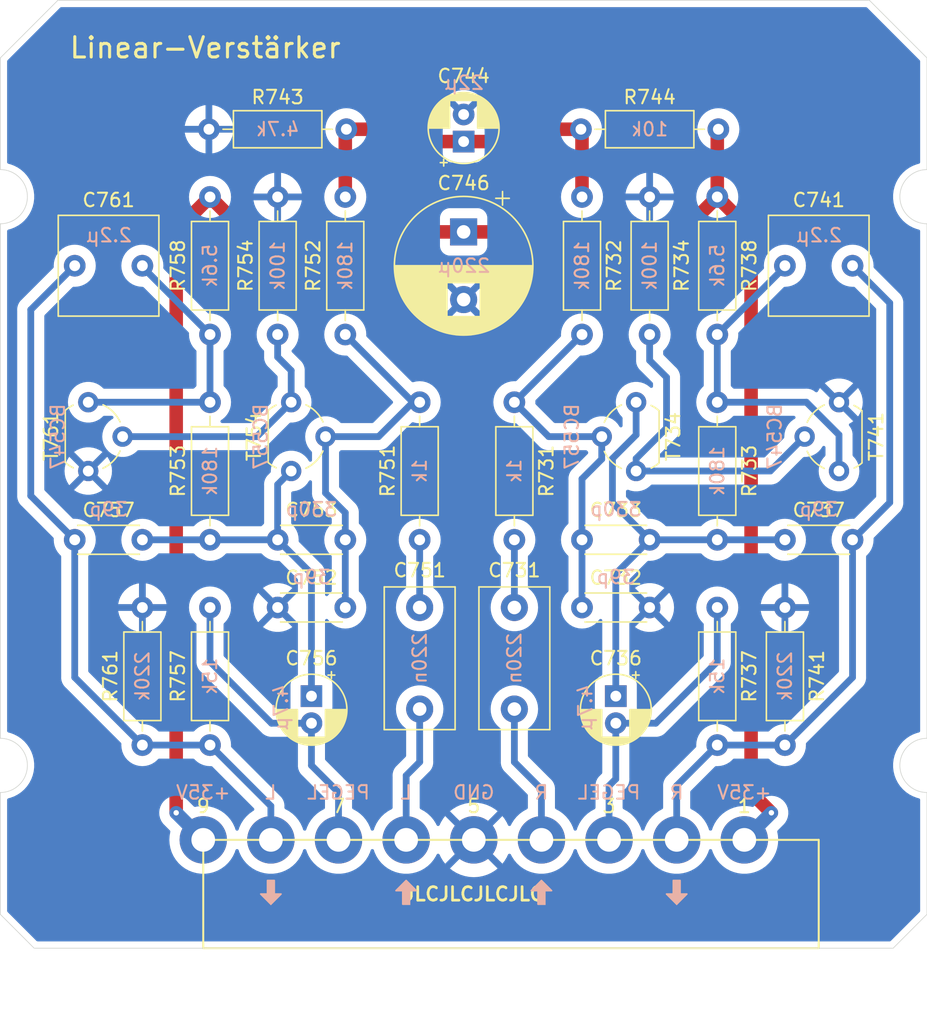
<source format=kicad_pcb>
(kicad_pcb (version 20221018) (generator pcbnew)
  (layers (0 "F.Cu" signal) (31 "B.Cu" signal) (34 "B.Paste" user) (35 "F.Paste" user) (36 "B.SilkS" user "B.Silkscreen") (37 "F.SilkS" user "F.Silkscreen") (38 "B.Mask" user) (39 "F.Mask" user) (44 "Edge.Cuts" user))
  (net 0 "")
  (net 1 "Net-(C731-Pad2)")
  (net 2 "Net-(T734-B)")
  (net 3 "GND")
  (net 4 "Net-(T734-C)")
  (net 5 "Net-(T741-C)")
  (net 6 "Net-(T734-E)")
  (net 7 "Net-(C751-Pad2)")
  (net 8 "Net-(T754-B)")
  (net 9 "Net-(T754-E)")
  (net 10 "Net-(T761-C)")
  (net 11 "Net-(T754-C)")
  (net 12 "R-IN")
  (net 13 "Net-(C744-Pad1)")
  (net 14 "L-IN")
  (net 15 "+37V")
  (net 16 "R-OUT")
  (net 17 "L-OUT")
  (net 18 "R-LEVEL")
  (net 19 "L-LEVEL")
  (footprint "Library:Connector_01x09_5mm" (layer "F.Cu") (at 80.75 87)
    (fp_text reference "J1" hide)
    (fp_text value "Conn_01x09")
    (fp_text user "1" (at 0 -2.5) (layer "F.SilkS"))
    (fp_text user "7" (at -30 -2.5) (layer "F.SilkS"))
    (pad "1" thru_hole circle (at 0 0 180) (size 3.5 3.5) (drill 1.75) (layers "B.Cu" "B.Mask") (net 15 "+37V"))
    (pad "2" thru_hole circle (at -5 0 180) (size 3.5 3.5) (drill 1.75) (layers "B.Cu" "B.Mask") (net 16 "R-OUT"))
    (pad "3" thru_hole circle (at -10 0 180) (size 3.5 3.5) (drill 1.75) (layers "B.Cu" "B.Mask") (net 18 "R-LEVEL"))
    (pad "4" thru_hole circle (at -15 0 180) (size 3.5 3.5) (drill 1.75) (layers "B.Cu" "B.Mask") (net 12 "R-IN"))
    (pad "5" thru_hole circle (at -20 0 180) (size 3.5 3.5) (drill 1.75) (layers "B.Cu" "B.Mask") (net 3 "GND"))
    (pad "6" thru_hole circle (at -25 0 180) (size 3.5 3.5) (drill 1.75) (layers "B.Cu" "B.Mask") (net 14 "L-IN"))
    (pad "7" thru_hole circle (at -30 0 180) (size 3.5 3.5) (drill 1.75) (layers "B.Cu" "B.Mask") (net 19 "L-LEVEL"))
    (pad "8" thru_hole circle (at -35 0 180) (size 3.5 3.5) (drill 1.75) (layers "B.Cu" "B.Mask") (net 17 "L-OUT"))
    (pad "9" thru_hole circle (at -40 0 180) (size 3.5 3.5) (drill 1.75) (layers "B.Cu" "B.Mask") (net 15 "+37V"))
  )
  (footprint "Capacitor_THT:C_Rect_L7.2mm_W7.2mm_P5.00mm_FKS2_FKP2_MKS2_MKP2" (layer "F.Cu") (at 83.75 44.6)
    (fp_text reference "C741" (at 2.5 -4.85) (layer "F.SilkS"))
    (fp_text value "2.2µ" (at 2.5 -2.25) (layer "B.SilkS") (effects (justify mirror)))
    (pad "1" thru_hole circle (at 0 0) (size 1.6 1.6) (drill 0.8) (layers "*.Cu" "*.Mask") (net 5 "Net-(T741-C)"))
    (pad "2" thru_hole circle (at 5 0) (size 1.6 1.6) (drill 0.8) (layers "*.Cu" "*.Mask") (net 16 "R-OUT"))
  )
  (footprint "Capacitor_THT:C_Rect_L7.2mm_W7.2mm_P5.00mm_FKS2_FKP2_MKS2_MKP2" (layer "F.Cu") (at 36.25 44.6 180)
    (fp_text reference "C761" (at 2.5 4.85) (layer "F.SilkS"))
    (fp_text value "2.2µ" (at 2.5 2.25) (layer "B.SilkS") (effects (justify mirror)))
    (pad "1" thru_hole circle (at 0 0 180) (size 1.6 1.6) (drill 0.8) (layers "*.Cu" "*.Mask") (net 10 "Net-(T761-C)"))
    (pad "2" thru_hole circle (at 5 0 180) (size 1.6 1.6) (drill 0.8) (layers "*.Cu" "*.Mask") (net 17 "L-OUT"))
  )
  (footprint "Capacitor_THT:CP_Radial_D5.0mm_P2.00mm" (layer "F.Cu") (at 71.25 76.384888 -90)
    (fp_text reference "C736" (at -2.794888 0) (layer "F.SilkS"))
    (fp_text value "4.7µ" (at 0.865112 2.25 -90) (layer "B.SilkS") (effects (justify mirror)))
    (pad "1" thru_hole rect (at 0 0 270) (size 1.6 1.6) (drill 0.8) (layers "*.Cu" "*.Mask") (net 6 "Net-(T734-E)"))
    (pad "2" thru_hole circle (at 2 0 270) (size 1.6 1.6) (drill 0.8) (layers "*.Cu" "*.Mask") (net 18 "R-LEVEL"))
  )
  (footprint "Resistor_THT:R_Axial_DIN0207_L6.3mm_D2.5mm_P10.16mm_Horizontal" (layer "F.Cu") (at 41.25 80 90)
    (fp_text reference "R757" (at 5.08 -2.37 90) (layer "F.SilkS"))
    (fp_text value "15k" (at 5.08 0 90) (layer "B.SilkS") (effects (justify mirror)))
    (pad "1" thru_hole circle (at 0 0 90) (size 1.6 1.6) (drill 0.8) (layers "*.Cu" "*.Mask") (net 17 "L-OUT"))
    (pad "2" thru_hole oval (at 10.16 0 90) (size 1.6 1.6) (drill 0.8) (layers "*.Cu" "*.Mask") (net 19 "L-LEVEL"))
  )
  (footprint "Resistor_THT:R_Axial_DIN0207_L6.3mm_D2.5mm_P10.16mm_Horizontal" (layer "F.Cu") (at 41.25 39.52 -90)
    (fp_text reference "R758" (at 5.08 2.37 90) (layer "F.SilkS"))
    (fp_text value "5.6k" (at 5.08 0 90) (layer "B.SilkS") (effects (justify mirror)))
    (pad "1" thru_hole circle (at 0 0 270) (size 1.6 1.6) (drill 0.8) (layers "*.Cu" "*.Mask") (net 15 "+37V"))
    (pad "2" thru_hole oval (at 10.16 0 270) (size 1.6 1.6) (drill 0.8) (layers "*.Cu" "*.Mask") (net 10 "Net-(T761-C)"))
  )
  (footprint "Capacitor_THT:C_Rect_L10.3mm_W5.0mm_P7.50mm_MKS4" (layer "F.Cu") (at 63.75 77.34 90)
    (fp_text reference "C731" (at 10.25 0 180) (layer "F.SilkS"))
    (fp_text value "220n" (at 3.75 0 90) (layer "B.SilkS") (effects (justify mirror)))
    (pad "1" thru_hole circle (at 0 0 90) (size 2 2) (drill 1) (layers "*.Cu" "*.Mask") (net 12 "R-IN"))
    (pad "2" thru_hole circle (at 7.5 0 90) (size 2 2) (drill 1) (layers "*.Cu" "*.Mask") (net 1 "Net-(C731-Pad2)"))
  )
  (footprint "Capacitor_THT:CP_Radial_D5.0mm_P2.00mm" (layer "F.Cu") (at 48.75 76.384888 -90)
    (fp_text reference "C756" (at -2.794888 0) (layer "F.SilkS"))
    (fp_text value "4.7µ" (at 0.865112 2.25 -90) (layer "B.SilkS") (effects (justify mirror)))
    (pad "1" thru_hole rect (at 0 0 270) (size 1.6 1.6) (drill 0.8) (layers "*.Cu" "*.Mask") (net 9 "Net-(T754-E)"))
    (pad "2" thru_hole circle (at 2 0 270) (size 1.6 1.6) (drill 0.8) (layers "*.Cu" "*.Mask") (net 19 "L-LEVEL"))
  )
  (footprint "Package_TO_SOT_THT:TO-92L_Wide" (layer "F.Cu") (at 72.75 59.76 90)
    (fp_text reference "T734" (at 2.54 2.75 270) (layer "F.SilkS"))
    (fp_text value "BC557" (at 2.54 -4.75 90) (layer "B.SilkS") (effects (justify mirror)))
    (pad "1" thru_hole circle (at 0 0 90) (size 1.5 1.5) (drill 0.8) (layers "*.Cu" "*.Mask") (net 4 "Net-(T734-C)"))
    (pad "2" thru_hole circle (at 2.54 -2.54 90) (size 1.5 1.5) (drill 0.8) (layers "*.Cu" "*.Mask") (net 2 "Net-(T734-B)"))
    (pad "3" thru_hole circle (at 5.08 0 90) (size 1.5 1.5) (drill 0.8) (layers "*.Cu" "*.Mask") (net 6 "Net-(T734-E)"))
  )
  (footprint "Capacitor_THT:CP_Radial_D5.0mm_P2.00mm" (layer "F.Cu") (at 60 35.430224 90)
    (fp_text reference "C744" (at 4.840224 0 180) (layer "F.SilkS"))
    (fp_text value "22µ" (at 4.340224 0 180) (layer "B.SilkS") (effects (justify mirror)))
    (pad "1" thru_hole rect (at 0 0 90) (size 1.6 1.6) (drill 0.8) (layers "*.Cu" "*.Mask") (net 13 "Net-(C744-Pad1)"))
    (pad "2" thru_hole circle (at 2 0 90) (size 1.6 1.6) (drill 0.8) (layers "*.Cu" "*.Mask") (net 3 "GND"))
  )
  (footprint "Resistor_THT:R_Axial_DIN0207_L6.3mm_D2.5mm_P10.16mm_Horizontal" (layer "F.Cu") (at 63.75 64.84 90)
    (fp_text reference "R731" (at 5.08 2.37 90) (layer "F.SilkS"))
    (fp_text value "1k" (at 5.08 0 90) (layer "B.SilkS") (effects (justify mirror)))
    (pad "1" thru_hole circle (at 0 0 90) (size 1.6 1.6) (drill 0.8) (layers "*.Cu" "*.Mask") (net 1 "Net-(C731-Pad2)"))
    (pad "2" thru_hole oval (at 10.16 0 90) (size 1.6 1.6) (drill 0.8) (layers "*.Cu" "*.Mask") (net 2 "Net-(T734-B)"))
  )
  (footprint "Resistor_THT:R_Axial_DIN0207_L6.3mm_D2.5mm_P10.16mm_Horizontal" (layer "F.Cu") (at 51.33 34.52 180)
    (fp_text reference "R743" (at 5.08 2.37) (layer "F.SilkS"))
    (fp_text value "4.7k" (at 5.08 0) (layer "B.SilkS") (effects (justify mirror)))
    (pad "1" thru_hole circle (at 0 0 180) (size 1.6 1.6) (drill 0.8) (layers "*.Cu" "*.Mask") (net 13 "Net-(C744-Pad1)"))
    (pad "2" thru_hole oval (at 10.16 0 180) (size 1.6 1.6) (drill 0.8) (layers "*.Cu" "*.Mask") (net 3 "GND"))
  )
  (footprint "Capacitor_THT:C_Disc_D4.3mm_W1.9mm_P5.00mm" (layer "F.Cu") (at 68.75 64.84)
    (fp_text reference "C733" (at 2.5 -2.2) (layer "F.SilkS"))
    (fp_text value "330p" (at 2.5 -2.25) (layer "B.SilkS") (effects (justify mirror)))
    (pad "1" thru_hole circle (at 0 0) (size 1.6 1.6) (drill 0.8) (layers "*.Cu" "*.Mask") (net 2 "Net-(T734-B)"))
    (pad "2" thru_hole circle (at 5 0) (size 1.6 1.6) (drill 0.8) (layers "*.Cu" "*.Mask") (net 6 "Net-(T734-E)"))
  )
  (footprint "Package_TO_SOT_THT:TO-92L_Wide" (layer "F.Cu") (at 32.25 54.68 -90)
    (fp_text reference "T761" (at 2.54 2.75 90) (layer "F.SilkS"))
    (fp_text value "BC547" (at 2.54 2.25 90) (layer "B.SilkS") (effects (justify mirror)))
    (pad "1" thru_hole circle (at 0 0 270) (size 1.5 1.5) (drill 0.8) (layers "*.Cu" "*.Mask") (net 10 "Net-(T761-C)"))
    (pad "2" thru_hole circle (at 2.54 -2.54 270) (size 1.5 1.5) (drill 0.8) (layers "*.Cu" "*.Mask") (net 11 "Net-(T754-C)"))
    (pad "3" thru_hole circle (at 5.08 0 270) (size 1.5 1.5) (drill 0.8) (layers "*.Cu" "*.Mask") (net 3 "GND"))
  )
  (footprint "Resistor_THT:R_Axial_DIN0207_L6.3mm_D2.5mm_P10.16mm_Horizontal" (layer "F.Cu") (at 56.75 64.84 90)
    (fp_text reference "R751" (at 5.08 -2.37 90) (layer "F.SilkS"))
    (fp_text value "1k" (at 5.08 0 90) (layer "B.SilkS") (effects (justify mirror)))
    (pad "1" thru_hole circle (at 0 0 90) (size 1.6 1.6) (drill 0.8) (layers "*.Cu" "*.Mask") (net 7 "Net-(C751-Pad2)"))
    (pad "2" thru_hole oval (at 10.16 0 90) (size 1.6 1.6) (drill 0.8) (layers "*.Cu" "*.Mask") (net 8 "Net-(T754-B)"))
  )
  (footprint "Capacitor_THT:C_Disc_D4.3mm_W1.9mm_P5.00mm" (layer "F.Cu") (at 83.75 64.84)
    (fp_text reference "C737" (at 2.5 -2.2) (layer "F.SilkS"))
    (fp_text value "39p" (at 2.5 -2.25) (layer "B.SilkS") (effects (justify mirror)))
    (pad "1" thru_hole circle (at 0 0) (size 1.6 1.6) (drill 0.8) (layers "*.Cu" "*.Mask") (net 6 "Net-(T734-E)"))
    (pad "2" thru_hole circle (at 5 0) (size 1.6 1.6) (drill 0.8) (layers "*.Cu" "*.Mask") (net 16 "R-OUT"))
  )
  (footprint "Resistor_THT:R_Axial_DIN0207_L6.3mm_D2.5mm_P10.16mm_Horizontal" (layer "F.Cu") (at 41.25 54.68 -90)
    (fp_text reference "R753" (at 5.08 2.37 90) (layer "F.SilkS"))
    (fp_text value "180k" (at 5.08 0 90) (layer "B.SilkS") (effects (justify mirror)))
    (pad "1" thru_hole circle (at 0 0 270) (size 1.6 1.6) (drill 0.8) (layers "*.Cu" "*.Mask") (net 10 "Net-(T761-C)"))
    (pad "2" thru_hole oval (at 10.16 0 270) (size 1.6 1.6) (drill 0.8) (layers "*.Cu" "*.Mask") (net 9 "Net-(T754-E)"))
  )
  (footprint "Capacitor_THT:C_Disc_D4.3mm_W1.9mm_P5.00mm" (layer "F.Cu") (at 68.75 69.84)
    (fp_text reference "C732" (at 2.5 -2.2) (layer "F.SilkS"))
    (fp_text value "39p" (at 2.5 -2.25) (layer "B.SilkS") (effects (justify mirror)))
    (pad "1" thru_hole circle (at 0 0) (size 1.6 1.6) (drill 0.8) (layers "*.Cu" "*.Mask") (net 2 "Net-(T734-B)"))
    (pad "2" thru_hole circle (at 5 0) (size 1.6 1.6) (drill 0.8) (layers "*.Cu" "*.Mask") (net 3 "GND"))
  )
  (footprint "Resistor_THT:R_Axial_DIN0207_L6.3mm_D2.5mm_P10.16mm_Horizontal" (layer "F.Cu") (at 36.25 80 90)
    (fp_text reference "R761" (at 5.08 -2.37 90) (layer "F.SilkS"))
    (fp_text value "220k" (at 5.08 0 90) (layer "B.SilkS") (effects (justify mirror)))
    (pad "1" thru_hole circle (at 0 0 90) (size 1.6 1.6) (drill 0.8) (layers "*.Cu" "*.Mask") (net 17 "L-OUT"))
    (pad "2" thru_hole oval (at 10.16 0 90) (size 1.6 1.6) (drill 0.8) (layers "*.Cu" "*.Mask") (net 3 "GND"))
  )
  (footprint "Resistor_THT:R_Axial_DIN0207_L6.3mm_D2.5mm_P10.16mm_Horizontal" (layer "F.Cu") (at 78.83 34.52 180)
    (fp_text reference "R744" (at 5.08 2.37) (layer "F.SilkS"))
    (fp_text value "10k" (at 5.08 0) (layer "B.SilkS") (effects (justify mirror)))
    (pad "1" thru_hole circle (at 0 0 180) (size 1.6 1.6) (drill 0.8) (layers "*.Cu" "*.Mask") (net 15 "+37V"))
    (pad "2" thru_hole oval (at 10.16 0 180) (size 1.6 1.6) (drill 0.8) (layers "*.Cu" "*.Mask") (net 13 "Net-(C744-Pad1)"))
  )
  (footprint "Capacitor_THT:C_Disc_D4.3mm_W1.9mm_P5.00mm" (layer "F.Cu") (at 36.25 64.84 180)
    (fp_text reference "C757" (at 2.5 2.2) (layer "F.SilkS"))
    (fp_text value "39p" (at 2.5 2.25) (layer "B.SilkS") (effects (justify mirror)))
    (pad "1" thru_hole circle (at 0 0 180) (size 1.6 1.6) (drill 0.8) (layers "*.Cu" "*.Mask") (net 9 "Net-(T754-E)"))
    (pad "2" thru_hole circle (at 5 0 180) (size 1.6 1.6) (drill 0.8) (layers "*.Cu" "*.Mask") (net 17 "L-OUT"))
  )
  (footprint "Resistor_THT:R_Axial_DIN0207_L6.3mm_D2.5mm_P10.16mm_Horizontal" (layer "F.Cu") (at 68.75 39.52 -90)
    (fp_text reference "R732" (at 5.08 -2.37 90) (layer "F.SilkS"))
    (fp_text value "180k" (at 5.08 0 90) (layer "B.SilkS") (effects (justify mirror)))
    (pad "1" thru_hole circle (at 0 0 270) (size 1.6 1.6) (drill 0.8) (layers "*.Cu" "*.Mask") (net 13 "Net-(C744-Pad1)"))
    (pad "2" thru_hole oval (at 10.16 0 270) (size 1.6 1.6) (drill 0.8) (layers "*.Cu" "*.Mask") (net 2 "Net-(T734-B)"))
  )
  (footprint "Resistor_THT:R_Axial_DIN0207_L6.3mm_D2.5mm_P10.16mm_Horizontal" (layer "F.Cu") (at 83.75 80 90)
    (fp_text reference "R741" (at 5.08 2.37 90) (layer "F.SilkS"))
    (fp_text value "220k" (at 5.08 0 90) (layer "B.SilkS") (effects (justify mirror)))
    (pad "1" thru_hole circle (at 0 0 90) (size 1.6 1.6) (drill 0.8) (layers "*.Cu" "*.Mask") (net 16 "R-OUT"))
    (pad "2" thru_hole oval (at 10.16 0 90) (size 1.6 1.6) (drill 0.8) (layers "*.Cu" "*.Mask") (net 3 "GND"))
  )
  (footprint "Capacitor_THT:CP_Radial_D10.0mm_P5.00mm" (layer "F.Cu") (at 60 42.1 -90)
    (fp_text reference "C746" (at -3.6 0) (layer "F.SilkS"))
    (fp_text value "220µ" (at 2.5 0 -180) (layer "B.SilkS") (effects (justify mirror)))
    (pad "1" thru_hole rect (at 0 0 270) (size 2 2) (drill 1) (layers "*.Cu" "*.Mask") (net 15 "+37V"))
    (pad "2" thru_hole circle (at 5 0 270) (size 2 2) (drill 1) (layers "*.Cu" "*.Mask") (net 3 "GND"))
  )
  (footprint "Resistor_THT:R_Axial_DIN0207_L6.3mm_D2.5mm_P10.16mm_Horizontal" (layer "F.Cu") (at 51.25 39.52 -90)
    (fp_text reference "R752" (at 5.08 2.37 90) (layer "F.SilkS"))
    (fp_text value "180k" (at 5.08 0 90) (layer "B.SilkS") (effects (justify mirror)))
    (pad "1" thru_hole circle (at 0 0 270) (size 1.6 1.6) (drill 0.8) (layers "*.Cu" "*.Mask") (net 13 "Net-(C744-Pad1)"))
    (pad "2" thru_hole oval (at 10.16 0 270) (size 1.6 1.6) (drill 0.8) (layers "*.Cu" "*.Mask") (net 8 "Net-(T754-B)"))
  )
  (footprint "Resistor_THT:R_Axial_DIN0207_L6.3mm_D2.5mm_P10.16mm_Horizontal" (layer "F.Cu") (at 78.75 54.68 -90)
    (fp_text reference "R733" (at 5.08 -2.37 90) (layer "F.SilkS"))
    (fp_text value "180k" (at 5.08 0 90) (layer "B.SilkS") (effects (justify mirror)))
    (pad "1" thru_hole circle (at 0 0 270) (size 1.6 1.6) (drill 0.8) (layers "*.Cu" "*.Mask") (net 5 "Net-(T741-C)"))
    (pad "2" thru_hole oval (at 10.16 0 270) (size 1.6 1.6) (drill 0.8) (layers "*.Cu" "*.Mask") (net 6 "Net-(T734-E)"))
  )
  (footprint "Resistor_THT:R_Axial_DIN0207_L6.3mm_D2.5mm_P10.16mm_Horizontal" (layer "F.Cu") (at 78.75 80 90)
    (fp_text reference "R737" (at 5.08 2.37 90) (layer "F.SilkS"))
    (fp_text value "15k" (at 5.08 0 90) (layer "B.SilkS") (effects (justify mirror)))
    (pad "1" thru_hole circle (at 0 0 90) (size 1.6 1.6) (drill 0.8) (layers "*.Cu" "*.Mask") (net 16 "R-OUT"))
    (pad "2" thru_hole oval (at 10.16 0 90) (size 1.6 1.6) (drill 0.8) (layers "*.Cu" "*.Mask") (net 18 "R-LEVEL"))
  )
  (footprint "Capacitor_THT:C_Disc_D4.3mm_W1.9mm_P5.00mm" (layer "F.Cu") (at 51.25 69.84 180)
    (fp_text reference "C752" (at 2.5 2.2) (layer "F.SilkS"))
    (fp_text value "39p" (at 2.5 2.25) (layer "B.SilkS") (effects (justify mirror)))
    (pad "1" thru_hole circle (at 0 0 180) (size 1.6 1.6) (drill 0.8) (layers "*.Cu" "*.Mask") (net 8 "Net-(T754-B)"))
    (pad "2" thru_hole circle (at 5 0 180) (size 1.6 1.6) (drill 0.8) (layers "*.Cu" "*.Mask") (net 3 "GND"))
  )
  (footprint "Resistor_THT:R_Axial_DIN0207_L6.3mm_D2.5mm_P10.16mm_Horizontal" (layer "F.Cu") (at 73.75 49.68 90)
    (fp_text reference "R734" (at 5.08 2.37 90) (layer "F.SilkS"))
    (fp_text value "100k" (at 5.08 0 90) (layer "B.SilkS") (effects (justify mirror)))
    (pad "1" thru_hole circle (at 0 0 90) (size 1.6 1.6) (drill 0.8) (layers "*.Cu" "*.Mask") (net 4 "Net-(T734-C)"))
    (pad "2" thru_hole oval (at 10.16 0 90) (size 1.6 1.6) (drill 0.8) (layers "*.Cu" "*.Mask") (net 3 "GND"))
  )
  (footprint "Capacitor_THT:C_Disc_D4.3mm_W1.9mm_P5.00mm" (layer "F.Cu") (at 51.25 64.84 180)
    (fp_text reference "C753" (at 2.5 2.2) (layer "F.SilkS"))
    (fp_text value "330p" (at 2.5 2.25) (layer "B.SilkS") (effects (justify mirror)))
    (pad "1" thru_hole circle (at 0 0 180) (size 1.6 1.6) (drill 0.8) (layers "*.Cu" "*.Mask") (net 8 "Net-(T754-B)"))
    (pad "2" thru_hole circle (at 5 0 180) (size 1.6 1.6) (drill 0.8) (layers "*.Cu" "*.Mask") (net 9 "Net-(T754-E)"))
  )
  (footprint "Package_TO_SOT_THT:TO-92L_Wide" (layer "F.Cu") (at 47.25 54.68 -90)
    (fp_text reference "T754" (at 2.54 2.75 90) (layer "F.SilkS"))
    (fp_text value "BC557" (at 2.54 2.25 90) (layer "B.SilkS") (effects (justify mirror)))
    (pad "1" thru_hole circle (at 0 0 270) (size 1.5 1.5) (drill 0.8) (layers "*.Cu" "*.Mask") (net 11 "Net-(T754-C)"))
    (pad "2" thru_hole circle (at 2.54 -2.54 270) (size 1.5 1.5) (drill 0.8) (layers "*.Cu" "*.Mask") (net 8 "Net-(T754-B)"))
    (pad "3" thru_hole circle (at 5.08 0 270) (size 1.5 1.5) (drill 0.8) (layers "*.Cu" "*.Mask") (net 9 "Net-(T754-E)"))
  )
  (footprint "Capacitor_THT:C_Rect_L10.3mm_W5.0mm_P7.50mm_MKS4" (layer "F.Cu") (at 56.75 77.34 90)
    (fp_text reference "C751" (at 10.25 0 180) (layer "F.SilkS"))
    (fp_text value "220n" (at 3.75 0 90) (layer "B.SilkS") (effects (justify mirror)))
    (pad "1" thru_hole circle (at 0 0 90) (size 2 2) (drill 1) (layers "*.Cu" "*.Mask") (net 14 "L-IN"))
    (pad "2" thru_hole circle (at 7.5 0 90) (size 2 2) (drill 1) (layers "*.Cu" "*.Mask") (net 7 "Net-(C751-Pad2)"))
  )
  (footprint "Package_TO_SOT_THT:TO-92L_Wide" (layer "F.Cu") (at 87.75 59.76 90)
    (fp_text reference "T741" (at 2.54 2.75 270) (layer "F.SilkS"))
    (fp_text value "BC547" (at 2.54 -4.75 90) (layer "B.SilkS") (effects (justify mirror)))
    (pad "1" thru_hole circle (at 0 0 90) (size 1.5 1.5) (drill 0.8) (layers "*.Cu" "*.Mask") (net 5 "Net-(T741-C)"))
    (pad "2" thru_hole circle (at 2.54 -2.54 90) (size 1.5 1.5) (drill 0.8) (layers "*.Cu" "*.Mask") (net 4 "Net-(T734-C)"))
    (pad "3" thru_hole circle (at 5.08 0 90) (size 1.5 1.5) (drill 0.8) (layers "*.Cu" "*.Mask") (net 3 "GND"))
  )
  (footprint "Resistor_THT:R_Axial_DIN0207_L6.3mm_D2.5mm_P10.16mm_Horizontal" (layer "F.Cu") (at 78.75 39.52 -90)
    (fp_text reference "R738" (at 5.08 -2.37 90) (layer "F.SilkS"))
    (fp_text value "5.6k" (at 5.08 0 90) (layer "B.SilkS") (effects (justify mirror)))
    (pad "1" thru_hole circle (at 0 0 270) (size 1.6 1.6) (drill 0.8) (layers "*.Cu" "*.Mask") (net 15 "+37V"))
    (pad "2" thru_hole oval (at 10.16 0 270) (size 1.6 1.6) (drill 0.8) (layers "*.Cu" "*.Mask") (net 5 "Net-(T741-C)"))
  )
  (footprint "Resistor_THT:R_Axial_DIN0207_L6.3mm_D2.5mm_P10.16mm_Horizontal" (layer "F.Cu") (at 46.25 49.68 90)
    (fp_text reference "R754" (at 5.08 -2.37 90) (layer "F.SilkS"))
    (fp_text value "100k" (at 5.08 0 90) (layer "B.SilkS") (effects (justify mirror)))
    (pad "1" thru_hole circle (at 0 0 90) (size 1.6 1.6) (drill 0.8) (layers "*.Cu" "*.Mask") (net 11 "Net-(T754-C)"))
    (pad "2" thru_hole oval (at 10.16 0 90) (size 1.6 1.6) (drill 0.8) (layers "*.Cu" "*.Mask") (net 3 "GND"))
  )
  (gr_poly (pts (xy 55.5 90.75) (xy 56 90.75) (xy 56 91.75) (xy 55.5 91.75)) (stroke (width 0.12)) (fill solid) (layer "B.SilkS"))
  (gr_poly (pts (xy 46 91) (xy 45.5 91) (xy 45.5 90) (xy 46 90)) (stroke (width 0.12)) (fill solid) (layer "B.SilkS"))
  (gr_poly (pts (xy 75 91) (xy 75.75 91.75) (xy 76.5 91)) (stroke (width 0.12)) (fill solid) (layer "B.SilkS"))
  (gr_poly (pts (xy 66.5 90.75) (xy 65.75 90) (xy 65 90.75)) (stroke (width 0.12)) (fill solid) (layer "B.SilkS"))
  (gr_poly (pts (xy 45 91) (xy 45.75 91.75) (xy 46.5 91)) (stroke (width 0.12)) (fill solid) (layer "B.SilkS"))
  (gr_poly (pts (xy 76 91) (xy 75.5 91) (xy 75.5 90) (xy 76 90)) (stroke (width 0.12)) (fill solid) (layer "B.SilkS"))
  (gr_poly (pts (xy 65.5 90.75) (xy 66 90.75) (xy 66 91.75) (xy 65.5 91.75)) (stroke (width 0.12)) (fill solid) (layer "B.SilkS"))
  (gr_poly (pts (xy 56.5 90.75) (xy 55.75 90) (xy 55 90.75)) (stroke (width 0.12)) (fill solid) (layer "B.SilkS"))
  (gr_line (start 25.75 79.5) (end 25.75 41.5) (stroke (width 0.05)) (layer "Edge.Cuts"))
  (gr_line (start 25.75 29.25) (end 30 25) (stroke (width 0.05)) (layer "Edge.Cuts"))
  (gr_line (start 90 25) (end 94.25 29.25) (stroke (width 0.05)) (layer "Edge.Cuts"))
  (gr_line (start 91.75 95) (end 94.25 92.5) (stroke (width 0.05)) (layer "Edge.Cuts"))
  (gr_line (start 25.75 92.5) (end 28.25 95) (stroke (width 0.05)) (layer "Edge.Cuts"))
  (gr_arc (start 25.75 79.5) (mid 27.75 81.5) (end 25.75 83.5) (stroke (width 0.05)) (layer "Edge.Cuts"))
  (gr_arc (start 25.75 37.5) (mid 27.75 39.5) (end 25.75 41.5) (stroke (width 0.05)) (layer "Edge.Cuts"))
  (gr_arc (start 94.25 41.5) (mid 92.25 39.5) (end 94.25 37.5) (stroke (width 0.05)) (layer "Edge.Cuts"))
  (gr_line (start 91.75 95) (end 28.25 95) (stroke (width 0.05)) (layer "Edge.Cuts"))
  (gr_line (start 94.25 29.25) (end 94.25 37.5) (stroke (width 0.05)) (layer "Edge.Cuts"))
  (gr_line (start 25.75 29.25) (end 25.75 37.5) (stroke (width 0.05)) (layer "Edge.Cuts"))
  (gr_line (start 25.75 92.5) (end 25.75 83.5) (stroke (width 0.05)) (layer "Edge.Cuts"))
  (gr_line (start 30 25) (end 90 25) (stroke (width 0.05)) (layer "Edge.Cuts"))
  (gr_arc (start 94.25 83.5) (mid 92.25 81.5) (end 94.25 79.5) (stroke (width 0.05)) (layer "Edge.Cuts"))
  (gr_line (start 94.25 41.5) (end 94.25 79.5) (stroke (width 0.05)) (layer "Edge.Cuts"))
  (gr_line (start 94.25 92.5) (end 94.25 83.5) (stroke (width 0.05)) (layer "Edge.Cuts"))
  (gr_text "PEGEL" (at 70.75 83.5) (layer "B.SilkS") (effects (font (size 1 1)) (justify mirror)))
  (gr_text "L" (at 55.75 83.5) (layer "B.SilkS") (effects (font (size 1 1)) (justify mirror)))
  (gr_text "PEGEL" (at 50.75 83.5) (layer "B.SilkS") (effects (font (size 1 1)) (justify mirror)))
  (gr_text "L" (at 45.75 83.5) (layer "B.SilkS") (effects (font (size 1 1)) (justify mirror)))
  (gr_text "+35V" (at 80.75 83.5) (layer "B.SilkS") (effects (font (size 1 1)) (justify mirror)))
  (gr_text "R" (at 75.75 83.5) (layer "B.SilkS") (effects (font (size 1 1)) (justify mirror)))
  (gr_text "R" (at 65.75 83.5) (layer "B.SilkS") (effects (font (size 1 1)) (justify mirror)))
  (gr_text "GND" (at 60.75 83.5) (layer "B.SilkS") (effects (font (size 1 1)) (justify mirror)))
  (gr_text "+35V" (at 40.75 83.5) (layer "B.SilkS") (effects (font (size 1 1)) (justify mirror)))
  (gr_text "5" (at 60.75 84.5) (layer "F.SilkS") (effects (font (size 1 1))))
  (gr_text "9" (at 40.75 84.5) (layer "F.SilkS") (effects (font (size 1 1))))
  (gr_text "3" (at 70.75 84.5) (layer "F.SilkS") (effects (font (size 1 1))))
  (gr_text "Linear-Verstärker" (at 30.75 28.5) (layer "F.SilkS") (effects (font (size 1.5 1.5) (thickness 0.225)) (justify left)))
  (gr_text "JLCJLCJLCJLC" (at 60.75 91) (layer "F.SilkS") (effects (font (size 1 1) (thickness 0.2))))
  (segment (start 63.75 64.84) (end 63.75 69.84) (width 0.5) (layer "B.Cu") (net 1))
  (segment (start 70.21 57.22) (end 66.29 57.22) (width 0.5) (layer "B.Cu") (net 2))
  (segment (start 68.75 69.84) (end 68.75 64.84) (width 0.5) (layer "B.Cu") (net 2))
  (segment (start 68.75 64.84) (end 68.75 60.34) (width 0.5) (layer "B.Cu") (net 2))
  (segment (start 70.21 58.88) (end 70.21 57.22) (width 0.5) (layer "B.Cu") (net 2))
  (segment (start 66.29 57.22) (end 63.75 54.68) (width 0.5) (layer "B.Cu") (net 2))
  (segment (start 68.75 60.34) (end 70.21 58.88) (width 0.5) (layer "B.Cu") (net 2))
  (segment (start 68.75 49.68) (end 63.75 54.68) (width 0.5) (layer "B.Cu") (net 2))
  (segment (start 75 56.59) (end 75 52.84) (width 0.5) (layer "B.Cu") (net 4))
  (segment (start 75 52.84) (end 73.75 51.59) (width 0.5) (layer "B.Cu") (net 4))
  (segment (start 82.67 59.76) (end 85.21 57.22) (width 0.5) (layer "B.Cu") (net 4))
  (segment (start 72.75 59.76) (end 72.75 58.84) (width 0.5) (layer "B.Cu") (net 4))
  (segment (start 72.75 58.84) (end 75 56.59) (width 0.5) (layer "B.Cu") (net 4))
  (segment (start 72.75 59.76) (end 82.67 59.76) (width 0.5) (layer "B.Cu") (net 4))
  (segment (start 73.75 51.59) (end 73.75 49.68) (width 0.5) (layer "B.Cu") (net 4))
  (segment (start 87.75 57.09) (end 85.34 54.68) (width 0.5) (layer "B.Cu") (net 5))
  (segment (start 78.75 54.68) (end 78.75 49.68) (width 0.5) (layer "B.Cu") (net 5))
  (segment (start 87.75 59.76) (end 87.75 57.09) (width 0.5) (layer "B.Cu") (net 5))
  (segment (start 78.75 49.68) (end 83.75 44.68) (width 0.5) (layer "B.Cu") (net 5))
  (segment (start 83.75 44.68) (end 83.75 44.6) (width 0.5) (layer "B.Cu") (net 5))
  (segment (start 85.34 54.68) (end 78.75 54.68) (width 0.5) (layer "B.Cu") (net 5))
  (segment (start 71.25 67.34) (end 73.75 64.84) (width 0.5) (layer "B.Cu") (net 6))
  (segment (start 72.75 54.68) (end 72.75 57.09) (width 0.5) (layer "B.Cu") (net 6))
  (segment (start 78.75 64.84) (end 73.75 64.84) (width 0.5) (layer "B.Cu") (net 6))
  (segment (start 83.75 64.84) (end 78.75 64.84) (width 0.5) (layer "B.Cu") (net 6))
  (segment (start 71.25 76.384888) (end 71.25 67.34) (width 0.5) (layer "B.Cu") (net 6))
  (segment (start 71 62.09) (end 73.75 64.84) (width 0.5) (layer "B.Cu") (net 6))
  (segment (start 72.75 57.09) (end 71 58.84) (width 0.5) (layer "B.Cu") (net 6))
  (segment (start 71 58.84) (end 71 62.09) (width 0.5) (layer "B.Cu") (net 6))
  (segment (start 56.75 64.84) (end 56.75 69.84) (width 0.5) (layer "B.Cu") (net 7))
  (segment (start 51.25 49.68) (end 56.25 54.68) (width 0.5) (layer "B.Cu") (net 8))
  (segment (start 49.79 61.38) (end 51.25 62.84) (width 0.5) (layer "B.Cu") (net 8))
  (segment (start 49.79 57.22) (end 49.79 61.38) (width 0.5) (layer "B.Cu") (net 8))
  (segment (start 51.25 69.84) (end 51.25 64.84) (width 0.5) (layer "B.Cu") (net 8))
  (segment (start 49.79 57.22) (end 53.71 57.22) (width 0.5) (layer "B.Cu") (net 8))
  (segment (start 51.25 62.84) (end 51.25 64.84) (width 0.5) (layer "B.Cu") (net 8))
  (segment (start 53.71 57.22) (end 56.25 54.68) (width 0.5) (layer "B.Cu") (net 8))
  (segment (start 46.25 64.84) (end 41.25 64.84) (width 0.5) (layer "B.Cu") (net 9))
  (segment (start 46.25 64.84) (end 46.25 60.76) (width 0.5) (layer "B.Cu") (net 9))
  (segment (start 48.75 67.34) (end 48.75 76.384888) (width 0.5) (layer "B.Cu") (net 9))
  (segment (start 46.25 64.84) (end 48.75 67.34) (width 0.5) (layer "B.Cu") (net 9))
  (segment (start 41.25 64.84) (end 36.25 64.84) (width 0.5) (layer "B.Cu") (net 9))
  (segment (start 46.25 60.76) (end 47.25 59.76) (width 0.5) (layer "B.Cu") (net 9))
  (segment (start 41.25 49.68) (end 36.25 44.68) (width 0.5) (layer "B.Cu") (net 10))
  (segment (start 41.25 54.68) (end 32.25 54.68) (width 0.5) (layer "B.Cu") (net 10))
  (segment (start 36.25 44.68) (end 36.25 44.6) (width 0.5) (layer "B.Cu") (net 10))
  (segment (start 41.25 49.68) (end 41.25 54.68) (width 0.5) (layer "B.Cu") (net 10))
  (segment (start 34.79 57.22) (end 44.71 57.22) (width 0.5) (layer "B.Cu") (net 11))
  (segment (start 47.25 52.34) (end 46.25 51.34) (width 0.5) (layer "B.Cu") (net 11))
  (segment (start 47.25 54.68) (end 47.25 52.34) (width 0.5) (layer "B.Cu") (net 11))
  (segment (start 46.25 51.34) (end 46.25 49.68) (width 0.5) (layer "B.Cu") (net 11))
  (segment (start 44.71 57.22) (end 47.25 54.68) (width 0.5) (layer "B.Cu") (net 11))
  (segment (start 63.75 77.34) (end 63.75 81.25) (width 0.5) (layer "B.Cu") (net 12))
  (segment (start 65.75 87) (end 65.75 83.25) (width 0.5) (layer "B.Cu") (net 12))
  (segment (start 65.75 83.25) (end 63.75 81.25) (width 0.5) (layer "B.Cu") (net 12))
  (segment (start 55.589776 34.52) (end 56.5 35.430224) (width 1) (layer "F.Cu") (net 13))
  (segment (start 51.33 34.52) (end 55.589776 34.52) (width 1) (layer "F.Cu") (net 13))
  (segment (start 60 35.430224) (end 56.5 35.430224) (width 1) (layer "F.Cu") (net 13))
  (segment (start 68.75 39.52) (end 68.75 34.6) (width 1) (layer "F.Cu") (net 13))
  (segment (start 68.75 34.6) (end 68.67 34.52) (width 1) (layer "F.Cu") (net 13))
  (segment (start 51.25 34.6) (end 51.33 34.52) (width 1) (layer "F.Cu") (net 13))
  (segment (start 60 35.430224) (end 63.5 35.430224) (width 1) (layer "F.Cu") (net 13))
  (segment (start 68.67 34.52) (end 64.410224 34.52) (width 1) (layer "F.Cu") (net 13))
  (segment (start 51.25 39.52) (end 51.25 34.6) (width 1) (layer "F.Cu") (net 13))
  (segment (start 64.410224 34.52) (end 63.5 35.430224) (width 1) (layer "F.Cu") (net 13))
  (segment (start 55.75 87) (end 55.75 82.25) (width 0.5) (layer "B.Cu") (net 14))
  (segment (start 56.75 77.34) (end 56.75 81.25) (width 0.5) (layer "B.Cu") (net 14))
  (segment (start 55.75 82.25) (end 56.75 81.25) (width 0.5) (layer "B.Cu") (net 14))
  (segment (start 81.25 83.5) (end 82.75 85) (width 1) (layer "F.Cu") (net 15))
  (segment (start 78.75 39.52) (end 78.75 34.6) (width 1) (layer "F.Cu") (net 15))
  (segment (start 60 42.1) (end 76.17 42.1) (width 1) (layer "F.Cu") (net 15))
  (segment (start 78.75 34.6) (end 78.83 34.52) (width 1) (layer "F.Cu") (net 15))
  (segment (start 76.17 42.1) (end 78.75 39.52) (width 1) (layer "F.Cu") (net 15))
  (segment (start 78.75 39.52) (end 81.25 42.02) (width 1) (layer "F.Cu") (net 15))
  (segment (start 60 42.1) (end 43.83 42.1) (width 1) (layer "F.Cu") (net 15))
  (segment (start 38.75 42.02) (end 38.75 85) (width 1) (layer "F.Cu") (net 15))
  (segment (start 43.83 42.1) (end 41.25 39.52) (width 1) (layer "F.Cu") (net 15))
  (segment (start 81.25 42.02) (end 81.25 83.5) (width 1) (layer "F.Cu") (net 15))
  (segment (start 41.25 39.52) (end 38.75 42.02) (width 1) (layer "F.Cu") (net 15))
  (via (at 38.75 85) (size 0.8) (drill 0.4) (layers "F.Cu" "B.Cu") (net 15))
  (via (at 82.75 85) (size 0.8) (drill 0.4) (layers "F.Cu" "B.Cu") (net 15))
  (segment (start 80.75 87) (end 82.75 85) (width 1) (layer "B.Cu") (net 15))
  (segment (start 78.75 34.6) (end 78.83 34.52) (width 1) (layer "B.Cu") (net 15))
  (segment (start 40.75 87) (end 38.75 85) (width 1) (layer "B.Cu") (net 15))
  (segment (start 83.75 80) (end 78.75 80) (width 0.5) (layer "B.Cu") (net 16))
  (segment (start 75.75 83) (end 78.75 80) (width 0.5) (layer "B.Cu") (net 16))
  (segment (start 88.75 64.84) (end 88.75 75) (width 0.5) (layer "B.Cu") (net 16))
  (segment (start 91.5 62.09) (end 88.75 64.84) (width 0.5) (layer "B.Cu") (net 16))
  (segment (start 88.75 75) (end 83.75 80) (width 0.5) (layer "B.Cu") (net 16))
  (segment (start 91.5 47.35) (end 91.5 62.09) (width 0.5) (layer "B.Cu") (net 16))
  (segment (start 88.75 44.6) (end 91.5 47.35) (width 0.5) (layer "B.Cu") (net 16))
  (segment (start 75.75 87) (end 75.75 83) (width 0.5) (layer "B.Cu") (net 16))
  (segment (start 31.25 75) (end 36.25 80) (width 0.5) (layer "B.Cu") (net 17))
  (segment (start 45.75 87) (end 45.75 84.5) (width 0.5) (layer "B.Cu") (net 17))
  (segment (start 45.75 84.5) (end 41.25 80) (width 0.5) (layer "B.Cu") (net 17))
  (segment (start 31.25 64.84) (end 31.25 75) (width 0.5) (layer "B.Cu") (net 17))
  (segment (start 28 47.85) (end 28 61.59) (width 0.5) (layer "B.Cu") (net 17))
  (segment (start 31.25 44.6) (end 28 47.85) (width 0.5) (layer "B.Cu") (net 17))
  (segment (start 28 61.59) (end 31.25 64.84) (width 0.5) (layer "B.Cu") (net 17))
  (segment (start 41.25 80) (end 36.25 80) (width 0.5) (layer "B.Cu") (net 17))
  (segment (start 70.75 83) (end 70.75 87) (width 0.5) (layer "B.Cu") (net 18))
  (segment (start 74.205112 78.384888) (end 78.75 73.84) (width 0.5) (layer "B.Cu") (net 18))
  (segment (start 71.25 78.384888) (end 71.25 82.5) (width 0.5) (layer "B.Cu") (net 18))
  (segment (start 71.25 82.5) (end 70.75 83) (width 0.5) (layer "B.Cu") (net 18))
  (segment (start 78.75 73.84) (end 78.75 69.84) (width 0.5) (layer "B.Cu") (net 18))
  (segment (start 71.25 78.384888) (end 74.205112 78.384888) (width 0.5) (layer "B.Cu") (net 18))
  (segment (start 48.75 81.5) (end 50.75 83.5) (width 0.5) (layer "B.Cu") (net 19))
  (segment (start 45.794888 78.384888) (end 41.25 73.84) (width 0.5) (layer "B.Cu") (net 19))
  (segment (start 48.75 78.384888) (end 45.794888 78.384888) (width 0.5) (layer "B.Cu") (net 19))
  (segment (start 48.75 78.384888) (end 48.75 81.5) (width 0.5) (layer "B.Cu") (net 19))
  (segment (start 41.25 73.84) (end 41.25 69.84) (width 0.5) (layer "B.Cu") (net 19))
  (segment (start 50.75 83.5) (end 50.75 87) (width 0.5) (layer "B.Cu") (net 19))
  (zone (net 3) (net_name "GND") (layer "B.Cu") (connect_pads (clearance 0.75)) (min_thickness 0.25) (fill yes (thermal_gap 1) (thermal_bridge_width 0.5) (smoothing fillet) (island_removal_mode 2) (island_area_min 10))
    (polygon (pts (xy 25.75 25) (xy 94.25 25) (xy 94.25 95) (xy 25.75 95)))
  )
)
</source>
